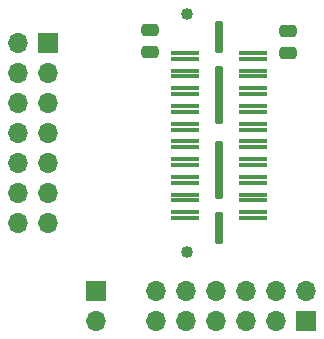
<source format=gbr>
%TF.GenerationSoftware,KiCad,Pcbnew,8.0.4*%
%TF.CreationDate,2024-10-02T17:37:58-07:00*%
%TF.ProjectId,SYZYGY-RGMII-tester,53595a59-4759-42d5-9247-4d49492d7465,rev?*%
%TF.SameCoordinates,Original*%
%TF.FileFunction,Soldermask,Top*%
%TF.FilePolarity,Negative*%
%FSLAX46Y46*%
G04 Gerber Fmt 4.6, Leading zero omitted, Abs format (unit mm)*
G04 Created by KiCad (PCBNEW 8.0.4) date 2024-10-02 17:37:58*
%MOMM*%
%LPD*%
G01*
G04 APERTURE LIST*
G04 Aperture macros list*
%AMRoundRect*
0 Rectangle with rounded corners*
0 $1 Rounding radius*
0 $2 $3 $4 $5 $6 $7 $8 $9 X,Y pos of 4 corners*
0 Add a 4 corners polygon primitive as box body*
4,1,4,$2,$3,$4,$5,$6,$7,$8,$9,$2,$3,0*
0 Add four circle primitives for the rounded corners*
1,1,$1+$1,$2,$3*
1,1,$1+$1,$4,$5*
1,1,$1+$1,$6,$7*
1,1,$1+$1,$8,$9*
0 Add four rect primitives between the rounded corners*
20,1,$1+$1,$2,$3,$4,$5,0*
20,1,$1+$1,$4,$5,$6,$7,0*
20,1,$1+$1,$6,$7,$8,$9,0*
20,1,$1+$1,$8,$9,$2,$3,0*%
G04 Aperture macros list end*
%ADD10RoundRect,0.250000X0.475000X-0.250000X0.475000X0.250000X-0.475000X0.250000X-0.475000X-0.250000X0*%
%ADD11C,1.020000*%
%ADD12RoundRect,0.054000X1.135000X-0.140000X1.135000X0.140000X-1.135000X0.140000X-1.135000X-0.140000X0*%
%ADD13RoundRect,0.102000X0.215000X-1.270000X0.215000X1.270000X-0.215000X1.270000X-0.215000X-1.270000X0*%
%ADD14RoundRect,0.102000X0.215000X-2.350000X0.215000X2.350000X-0.215000X2.350000X-0.215000X-2.350000X0*%
%ADD15R,1.700000X1.700000*%
%ADD16O,1.700000X1.700000*%
G04 APERTURE END LIST*
D10*
%TO.C,C1*%
X116415000Y-76000000D03*
X116415000Y-74100000D03*
%TD*%
D11*
%TO.C,J3*%
X119630000Y-92885000D03*
X119630000Y-72752000D03*
D12*
X125170000Y-90045000D03*
X119430000Y-90045000D03*
X125170000Y-89545000D03*
X119430000Y-89545000D03*
X125170000Y-88545000D03*
X119430000Y-88545000D03*
X125170000Y-88045000D03*
X119430000Y-88045000D03*
X125170000Y-87045000D03*
X119430000Y-87045000D03*
X125170000Y-86545000D03*
X119430000Y-86545000D03*
X125170000Y-85545000D03*
X119430000Y-85545000D03*
X125170000Y-85045000D03*
X119430000Y-85045000D03*
X125170000Y-84045000D03*
X119430000Y-84045000D03*
X125170000Y-83545000D03*
X119430000Y-83545000D03*
X125170000Y-82545000D03*
X119430000Y-82545000D03*
X125170000Y-82045000D03*
X119430000Y-82045000D03*
X125170000Y-81045000D03*
X119430000Y-81045000D03*
X125170000Y-80545000D03*
X119430000Y-80545000D03*
X125170000Y-79545000D03*
X119430000Y-79545000D03*
X125170000Y-79045000D03*
X119430000Y-79045000D03*
X125170000Y-78045000D03*
X119430000Y-78045000D03*
X125170000Y-77545000D03*
X119430000Y-77545000D03*
X125170000Y-76545000D03*
X119430000Y-76545000D03*
X125170000Y-76045000D03*
X119430000Y-76045000D03*
D13*
X122300000Y-90865000D03*
D14*
X122300000Y-85975000D03*
X122300000Y-79625000D03*
D13*
X122300000Y-74735000D03*
%TD*%
D10*
%TO.C,C2*%
X128115000Y-76100000D03*
X128115000Y-74200000D03*
%TD*%
D15*
%TO.C,J2*%
X111920000Y-96200000D03*
D16*
X111920000Y-98740000D03*
%TD*%
D15*
%TO.C,J1*%
X107800000Y-75200000D03*
D16*
X105260000Y-75200000D03*
X107800000Y-77740000D03*
X105260000Y-77740000D03*
X107800000Y-80280000D03*
X105260000Y-80280000D03*
X107800000Y-82820000D03*
X105260000Y-82820000D03*
X107800000Y-85360000D03*
X105260000Y-85360000D03*
X107800000Y-87900000D03*
X105260000Y-87900000D03*
X107800000Y-90440000D03*
X105260000Y-90440000D03*
%TD*%
D15*
%TO.C,J4*%
X129700000Y-98740000D03*
D16*
X129700000Y-96200000D03*
X127160000Y-98740000D03*
X127160000Y-96200000D03*
X124620000Y-98740000D03*
X124620000Y-96200000D03*
X122080000Y-98740000D03*
X122080000Y-96200000D03*
X119540000Y-98740000D03*
X119540000Y-96200000D03*
X117000000Y-98740000D03*
X117000000Y-96200000D03*
%TD*%
M02*

</source>
